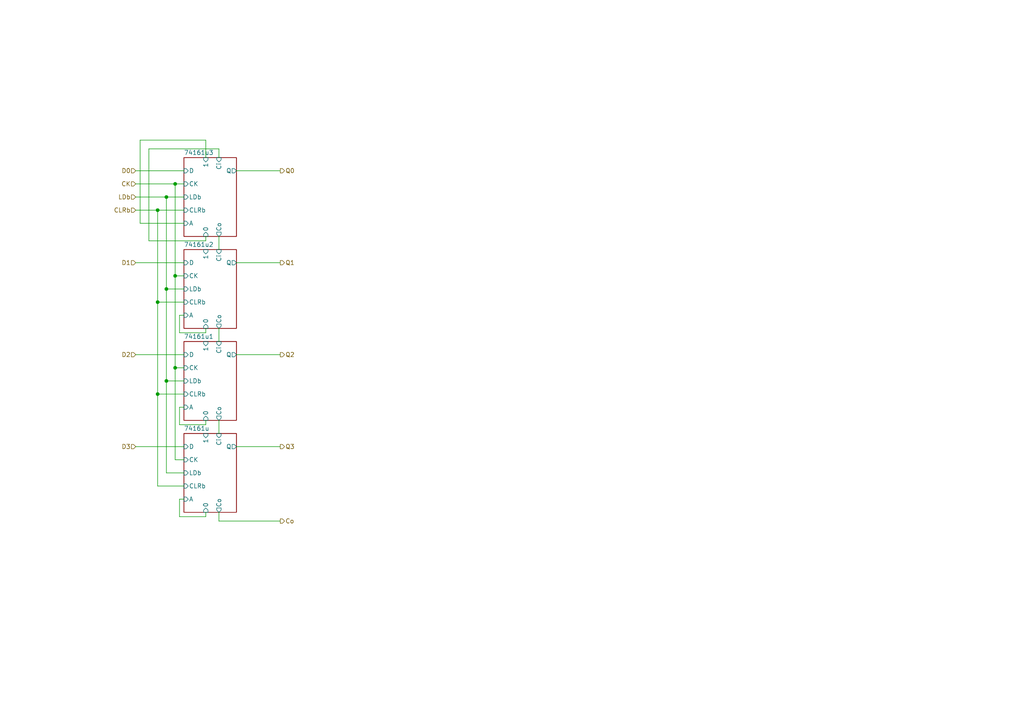
<source format=kicad_sch>
(kicad_sch (version 20211123) (generator eeschema)
  (paper "A4")
  (lib_symbols)
  (junction (at 48.26 110.49))
  (junction (at 45.72 114.3))
  (junction (at 45.72 87.63))
  (junction (at 48.26 57.15))
  (junction (at 50.8 106.68))
  (junction (at 45.72 60.96))
  (junction (at 48.26 83.82))
  (junction (at 50.8 80.01))
  (junction (at 50.8 53.34))
  (wire (pts (xy 39.37 53.34) (xy 50.8 53.34)))
  (wire (pts (xy 52.07 91.44) (xy 52.07 96.52)))
  (wire (pts (xy 48.26 137.16) (xy 53.34 137.16)))
  (wire (pts (xy 48.26 110.49) (xy 48.26 137.16)))
  (wire (pts (xy 45.72 114.3) (xy 53.34 114.3)))
  (wire (pts (xy 68.58 76.2) (xy 81.28 76.2)))
  (wire (pts (xy 45.72 114.3) (xy 45.72 140.97)))
  (wire (pts (xy 48.26 83.82) (xy 53.34 83.82)))
  (wire (pts (xy 50.8 133.35) (xy 53.34 133.35)))
  (wire (pts (xy 52.07 96.52) (xy 59.69 96.52)))
  (wire (pts (xy 63.5 95.25) (xy 63.5 99.06)))
  (wire (pts (xy 43.18 43.18) (xy 63.5 43.18)))
  (wire (pts (xy 59.69 148.59) (xy 59.69 149.86)))
  (wire (pts (xy 48.26 110.49) (xy 53.34 110.49)))
  (wire (pts (xy 52.07 144.78) (xy 53.34 144.78)))
  (wire (pts (xy 50.8 53.34) (xy 53.34 53.34)))
  (wire (pts (xy 48.26 57.15) (xy 48.26 83.82)))
  (wire (pts (xy 59.69 123.19) (xy 52.07 123.19)))
  (wire (pts (xy 59.69 121.92) (xy 59.69 123.19)))
  (wire (pts (xy 53.34 91.44) (xy 52.07 91.44)))
  (wire (pts (xy 50.8 106.68) (xy 50.8 133.35)))
  (wire (pts (xy 59.69 149.86) (xy 52.07 149.86)))
  (wire (pts (xy 59.69 69.85) (xy 43.18 69.85)))
  (wire (pts (xy 63.5 121.92) (xy 63.5 125.73)))
  (wire (pts (xy 63.5 148.59) (xy 63.5 151.13)))
  (wire (pts (xy 39.37 57.15) (xy 48.26 57.15)))
  (wire (pts (xy 48.26 83.82) (xy 48.26 110.49)))
  (wire (pts (xy 59.69 40.64) (xy 59.69 45.72)))
  (wire (pts (xy 52.07 118.11) (xy 53.34 118.11)))
  (wire (pts (xy 59.69 68.58) (xy 59.69 69.85)))
  (wire (pts (xy 52.07 118.11) (xy 52.07 123.19)))
  (wire (pts (xy 68.58 129.54) (xy 81.28 129.54)))
  (wire (pts (xy 39.37 76.2) (xy 53.34 76.2)))
  (wire (pts (xy 40.64 40.64) (xy 59.69 40.64)))
  (wire (pts (xy 45.72 140.97) (xy 53.34 140.97)))
  (wire (pts (xy 68.58 49.53) (xy 81.28 49.53)))
  (wire (pts (xy 43.18 69.85) (xy 43.18 43.18)))
  (wire (pts (xy 63.5 68.58) (xy 63.5 72.39)))
  (wire (pts (xy 63.5 43.18) (xy 63.5 45.72)))
  (wire (pts (xy 59.69 95.25) (xy 59.69 96.52)))
  (wire (pts (xy 39.37 102.87) (xy 53.34 102.87)))
  (wire (pts (xy 39.37 60.96) (xy 45.72 60.96)))
  (wire (pts (xy 63.5 151.13) (xy 81.28 151.13)))
  (wire (pts (xy 45.72 60.96) (xy 45.72 87.63)))
  (wire (pts (xy 53.34 64.77) (xy 40.64 64.77)))
  (wire (pts (xy 39.37 129.54) (xy 53.34 129.54)))
  (wire (pts (xy 48.26 57.15) (xy 53.34 57.15)))
  (wire (pts (xy 50.8 53.34) (xy 50.8 80.01)))
  (wire (pts (xy 40.64 64.77) (xy 40.64 40.64)))
  (wire (pts (xy 50.8 80.01) (xy 50.8 106.68)))
  (wire (pts (xy 39.37 49.53) (xy 53.34 49.53)))
  (wire (pts (xy 45.72 60.96) (xy 53.34 60.96)))
  (wire (pts (xy 68.58 102.87) (xy 81.28 102.87)))
  (wire (pts (xy 45.72 87.63) (xy 45.72 114.3)))
  (wire (pts (xy 50.8 80.01) (xy 53.34 80.01)))
  (wire (pts (xy 45.72 87.63) (xy 53.34 87.63)))
  (wire (pts (xy 50.8 106.68) (xy 53.34 106.68)))
  (wire (pts (xy 52.07 149.86) (xy 52.07 144.78)))
  (hierarchical_label "LDb" (shape input) (at 39.37 57.15 180))
  (hierarchical_label "Q3" (shape output) (at 81.28 129.54 0))
  (hierarchical_label "D3" (shape input) (at 39.37 129.54 180))
  (hierarchical_label "Q2" (shape output) (at 81.28 102.87 0))
  (hierarchical_label "Co" (shape output) (at 81.28 151.13 0))
  (hierarchical_label "Q1" (shape output) (at 81.28 76.2 0))
  (hierarchical_label "D0" (shape input) (at 39.37 49.53 180))
  (hierarchical_label "CK" (shape input) (at 39.37 53.34 180))
  (hierarchical_label "CLRb" (shape input) (at 39.37 60.96 180))
  (hierarchical_label "D1" (shape input) (at 39.37 76.2 180))
  (hierarchical_label "D2" (shape input) (at 39.37 102.87 180))
  (hierarchical_label "Q0" (shape output) (at 81.28 49.53 0))
  (sheet (at 53.34 72.39) (size 15.24 22.86) (stroke (width 0.1524))
    (property "Sheet name" "74161u2" (at 53.34 71.6784 0) (effects (justify left bottom)))
    (property "Sheet file" "74161u_.kicad_sch" (effects hide))
    (pin "Q" output (at 68.58 76.2 0))
    (pin "Co" output (at 63.5 95.25 270))
    (pin "CLRb" input (at 53.34 87.63 180))
    (pin "D" input (at 53.34 76.2 180))
    (pin "LDb" input (at 53.34 83.82 180))
    (pin "1" input (at 59.69 72.39 90))
    (pin "CK" input (at 53.34 80.01 180))
    (pin "0" input (at 59.69 95.25 270))
    (pin "A" input (at 53.34 91.44 180))
    (pin "Ci" input (at 63.5 72.39 90))
  )
  (sheet (at 53.34 99.06) (size 15.24 22.86) (stroke (width 0.1524))
    (property "Sheet name" "74161u1" (at 53.34 98.3484 0) (effects (justify left bottom)))
    (property "Sheet file" "74161u_.kicad_sch" (effects hide))
    (pin "Q" output (at 68.58 102.87 0))
    (pin "Co" output (at 63.5 121.92 270))
    (pin "CLRb" input (at 53.34 114.3 180))
    (pin "D" input (at 53.34 102.87 180))
    (pin "LDb" input (at 53.34 110.49 180))
    (pin "1" input (at 59.69 99.06 90))
    (pin "CK" input (at 53.34 106.68 180))
    (pin "0" input (at 59.69 121.92 270))
    (pin "A" input (at 53.34 118.11 180))
    (pin "Ci" input (at 63.5 99.06 90))
  )
  (sheet (at 53.34 45.72) (size 15.24 22.86) (stroke (width 0.1524))
    (property "Sheet name" "74161u3" (at 53.34 45.0084 0) (effects (justify left bottom)))
    (property "Sheet file" "74161u_.kicad_sch" (effects hide))
    (pin "Q" output (at 68.58 49.53 0))
    (pin "Co" output (at 63.5 68.58 270))
    (pin "CLRb" input (at 53.34 60.96 180))
    (pin "D" input (at 53.34 49.53 180))
    (pin "LDb" input (at 53.34 57.15 180))
    (pin "1" input (at 59.69 45.72 90))
    (pin "CK" input (at 53.34 53.34 180))
    (pin "0" input (at 59.69 68.58 270))
    (pin "A" input (at 53.34 64.77 180))
    (pin "Ci" input (at 63.5 45.72 90))
  )
  (sheet (at 53.34 125.73) (size 15.24 22.86) (stroke (width 0.1524))
    (property "Sheet name" "74161u" (at 53.34 125.0184 0) (effects (justify left bottom)))
    (property "Sheet file" "74161u_.kicad_sch" (effects hide))
    (pin "Q" output (at 68.58 129.54 0))
    (pin "Co" output (at 63.5 148.59 270))
    (pin "CLRb" input (at 53.34 140.97 180))
    (pin "D" input (at 53.34 129.54 180))
    (pin "LDb" input (at 53.34 137.16 180))
    (pin "1" input (at 59.69 125.73 90))
    (pin "CK" input (at 53.34 133.35 180))
    (pin "0" input (at 59.69 148.59 270))
    (pin "A" input (at 53.34 144.78 180))
    (pin "Ci" input (at 63.5 125.73 90))
  )
)
</source>
